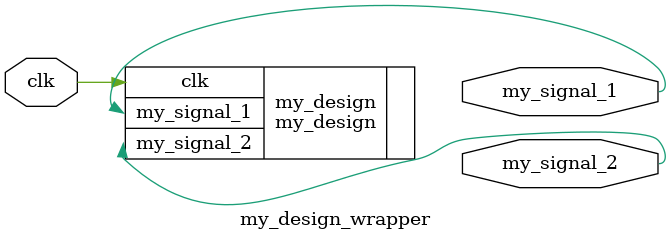
<source format=sv>
`include "../rtl/my_design.sv"
`timescale 1ns/1ps
module my_design_wrapper
(
    input logic clk,
    output logic my_signal_1,
    output logic my_signal_2
);

my_design my_design(
    .clk(clk),
    .my_signal_1(my_signal_1), 
    .my_signal_2(my_signal_2)
);

    initial
    begin
        $dumpfile("test.vcd");
        $dumpvars;
    end

endmodule

</source>
